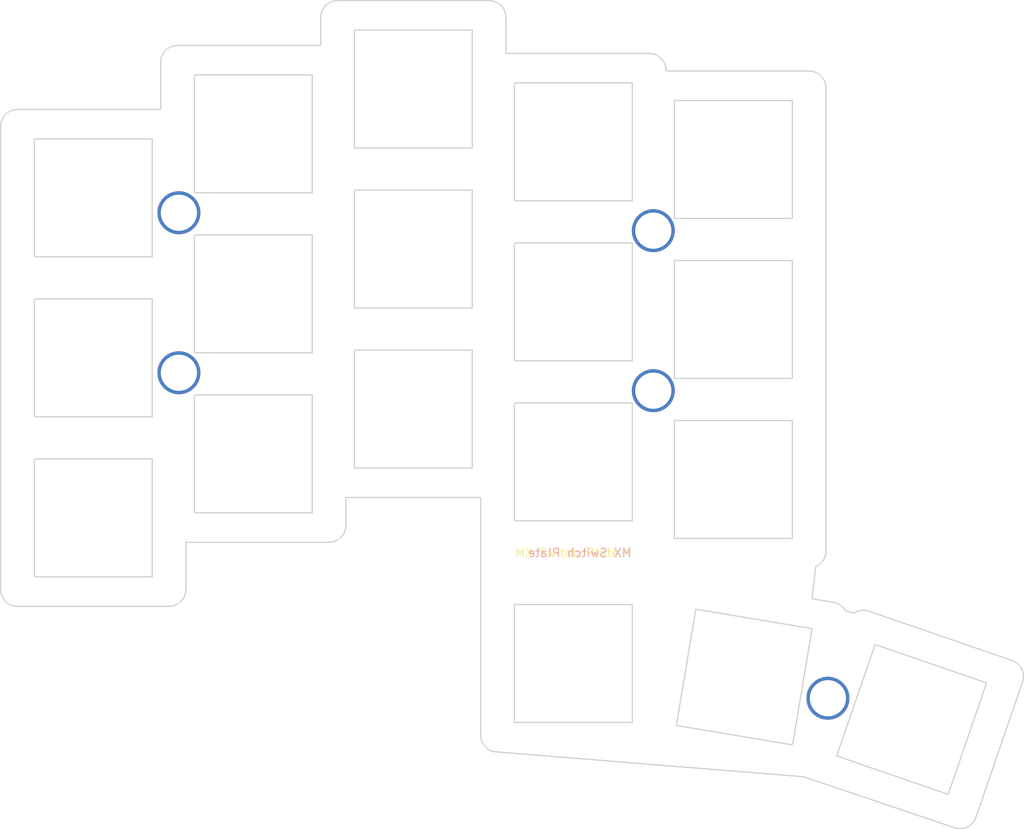
<source format=kicad_pcb>


(kicad_pcb (version 20171130) (host pcbnew 5.1.6)

  (page A3)
  (title_block
    (title "plate")
    (rev "0.0.2")
    (company "auryn")
  )

  (general
    (thickness 1.6)
  )

  (layers
    (0 F.Cu signal)
    (31 B.Cu signal)
    (32 B.Adhes user)
    (33 F.Adhes user)
    (34 B.Paste user)
    (35 F.Paste user)
    (36 B.SilkS user)
    (37 F.SilkS user)
    (38 B.Mask user)
    (39 F.Mask user)
    (40 Dwgs.User user)
    (41 Cmts.User user)
    (42 Eco1.User user)
    (43 Eco2.User user)
    (44 Edge.Cuts user)
    (45 Margin user)
    (46 B.CrtYd user)
    (47 F.CrtYd user)
    (48 B.Fab user)
    (49 F.Fab user)
  )

  (setup
    (last_trace_width 0.25)
    (trace_clearance 0.2)
    (zone_clearance 0.508)
    (zone_45_only no)
    (trace_min 0.2)
    (via_size 0.8)
    (via_drill 0.4)
    (via_min_size 0.4)
    (via_min_drill 0.3)
    (uvia_size 0.3)
    (uvia_drill 0.1)
    (uvias_allowed no)
    (uvia_min_size 0.2)
    (uvia_min_drill 0.1)
    (edge_width 0.05)
    (segment_width 0.2)
    (pcb_text_width 0.3)
    (pcb_text_size 1.5 1.5)
    (mod_edge_width 0.12)
    (mod_text_size 1 1)
    (mod_text_width 0.15)
    (pad_size 1.524 1.524)
    (pad_drill 0.762)
    (pad_to_mask_clearance 0.05)
    (aux_axis_origin 0 0)
    (visible_elements FFFFFF7F)
    (pcbplotparams
      (layerselection 0x010fc_ffffffff)
      (usegerberextensions false)
      (usegerberattributes true)
      (usegerberadvancedattributes true)
      (creategerberjobfile true)
      (excludeedgelayer true)
      (linewidth 0.100000)
      (plotframeref false)
      (viasonmask false)
      (mode 1)
      (useauxorigin false)
      (hpglpennumber 1)
      (hpglpenspeed 20)
      (hpglpendiameter 15.000000)
      (psnegative false)
      (psa4output false)
      (plotreference true)
      (plotvalue true)
      (plotinvisibletext false)
      (padsonsilk false)
      (subtractmaskfromsilk false)
      (outputformat 1)
      (mirror false)
      (drillshape 1)
      (scaleselection 1)
      (outputdirectory ""))
  )

  (net 0 "")

  (net_class Default "This is the default net class."
    (clearance 0.2)
    (trace_width 0.25)
    (via_dia 0.8)
    (via_drill 0.4)
    (uvia_dia 0.3)
    (uvia_drill 0.1)
    (add_net "")
  )

  
            (module mounting_hole (layer F.Cu) (tedit 64B5A986)
                (at 10.166666666666666 -36.23333333333333 0)
                (fp_text reference "H1" (at 0 3) (layer F.SilkS) hide
                    (effects (font (size 1 1) (thickness 0.15)))
                )
        
                (pad "" thru_hole circle (at 0 0 180) (size 5.1 5.1) (drill 4.3) (layers *.Cu *.Mask))
        
                (fp_circle (center 0 0) (end -2.8 0) (layer F.CrtYd) (width 0.05))
                (fp_circle (center 0 0) (end -2.8 0) (layer B.CrtYd) (width 0.05))
        
            )
        

            (module mounting_hole (layer F.Cu) (tedit 64B5A986)
                (at 10.166666666666666 -17.233333333333334 0)
                (fp_text reference "H2" (at 0 3) (layer F.SilkS) hide
                    (effects (font (size 1 1) (thickness 0.15)))
                )
        
                (pad "" thru_hole circle (at 0 0 180) (size 5.1 5.1) (drill 4.3) (layers *.Cu *.Mask))
        
                (fp_circle (center 0 0) (end -2.8 0) (layer F.CrtYd) (width 0.05))
                (fp_circle (center 0 0) (end -2.8 0) (layer B.CrtYd) (width 0.05))
        
            )
        

            (module mounting_hole (layer F.Cu) (tedit 64B5A986)
                (at 66.5 -34.105 0)
                (fp_text reference "H3" (at 0 3) (layer F.SilkS) hide
                    (effects (font (size 1 1) (thickness 0.15)))
                )
        
                (pad "" thru_hole circle (at 0 0 180) (size 5.1 5.1) (drill 4.3) (layers *.Cu *.Mask))
        
                (fp_circle (center 0 0) (end -2.8 0) (layer F.CrtYd) (width 0.05))
                (fp_circle (center 0 0) (end -2.8 0) (layer B.CrtYd) (width 0.05))
        
            )
        

            (module mounting_hole (layer F.Cu) (tedit 64B5A986)
                (at 66.5 -15.105 0)
                (fp_text reference "H4" (at 0 3) (layer F.SilkS) hide
                    (effects (font (size 1 1) (thickness 0.15)))
                )
        
                (pad "" thru_hole circle (at 0 0 180) (size 5.1 5.1) (drill 4.3) (layers *.Cu *.Mask))
        
                (fp_circle (center 0 0) (end -2.8 0) (layer F.CrtYd) (width 0.05))
                (fp_circle (center 0 0) (end -2.8 0) (layer B.CrtYd) (width 0.05))
        
            )
        

            (module mounting_hole (layer F.Cu) (tedit 64B5A986)
                (at 87.2318977 21.413817000000005 -14.25)
                (fp_text reference "H5" (at 0 3) (layer F.SilkS) hide
                    (effects (font (size 1 1) (thickness 0.15)))
                )
        
                (pad "" thru_hole circle (at 0 0 180) (size 5.1 5.1) (drill 4.3) (layers *.Cu *.Mask))
        
                (fp_circle (center 0 0) (end -2.8 0) (layer F.CrtYd) (width 0.05))
                (fp_circle (center 0 0) (end -2.8 0) (layer B.CrtYd) (width 0.05))
        
            )
        

            (gr_text "MX Switch Plate" (at 50 4.15 0) (layer F.SilkS)
                (effects (font (size 1 1) (thickness 0.15) ) (justify left))
            )
        

            (gr_text "MX Switch Plate" (at 64 4.15 0) (layer B.SilkS)
                (effects (font (size 1 1) (thickness 0.15) ) (justify left mirror))
            )
        
  (gr_line (start -9 10.5) (end 9 10.5) (angle 90) (layer Edge.Cuts) (width 0.15))
(gr_arc (start 9 8.5) (end 9 10.5) (angle -90) (layer Edge.Cuts) (width 0.15))
(gr_line (start 11 8.5) (end 11 2.9000000000000004) (angle 90) (layer Edge.Cuts) (width 0.15))
(gr_line (start 11 2.9000000000000004) (end 28 2.9000000000000004) (angle 90) (layer Edge.Cuts) (width 0.15))
(gr_arc (start 28 0.9000000000000004) (end 28 2.9000000000000004) (angle -90) (layer Edge.Cuts) (width 0.15))
(gr_line (start 30 0.9000000000000004) (end 30 -2.42) (angle 90) (layer Edge.Cuts) (width 0.15))
(gr_line (start 30 -2.42) (end 46 -2.42) (angle 90) (layer Edge.Cuts) (width 0.15))
(gr_line (start 46 25.790000000000003) (end 46 -2.42) (angle 90) (layer Edge.Cuts) (width 0.15))
(gr_arc (start 48 25.790000000000003) (end 46 25.790000000000003) (angle -85.3722030628216) (layer Edge.Cuts) (width 0.15))
(gr_line (start 47.838635 27.7834797) (end 84.3569802958874 30.73950828276638) (angle 90) (layer Edge.Cuts) (width 0.15))
(gr_line (start 84.3569802958874 30.73950828276638) (end 102.27597750000001 36.79243290000001) (angle 90) (layer Edge.Cuts) (width 0.15))
(gr_arc (start 102.9160344 34.897617000000004) (end 102.2759775 36.7924329) (angle -89.66464521210605) (layer Edge.Cuts) (width 0.15))
(gr_line (start 104.8070716 35.5487533) (end 110.3417302 19.474937500000003) (angle 90) (layer Edge.Cuts) (width 0.15))
(gr_arc (start 108.450693 18.823801200000005) (end 110.3417302 19.474937500000006) (angle -90.00000059824595) (layer Edge.Cuts) (width 0.15))
(gr_line (start 109.1018293 16.932764000000006) (end 92.0824949 11.072537200000006) (angle 90) (layer Edge.Cuts) (width 0.15))
(gr_arc (start 91.4313586 12.963574400000006) (end 92.0824949 11.072537200000006) (angle -53.349584419611006) (layer Edge.Cuts) (width 0.15))
(gr_line (start 90.30287709999999 11.312353800000006) (end 89.31130234476485 11.01599141256209) (angle 90) (layer Edge.Cuts) (width 0.15))
(gr_arc (start 87.56957404476485 11.999039112562091) (end 89.31130224476485 11.01599141256209) (angle -51.059213547281956) (layer Edge.Cuts) (width 0.15))
(gr_line (start 87.8996692 10.026467900000004) (end 85.34109586610214 9.598309577315538) (angle 90) (layer Edge.Cuts) (width 0.15))
(gr_line (start 85.34109586610214 9.598309577315376) (end 85.7926802 5.7762075) (angle 90) (layer Edge.Cuts) (width 0.15))
(gr_arc (start 85 3.9400000000000004) (end 85.7926802 5.7762075) (angle -66.65042072736856) (layer Edge.Cuts) (width 0.15))
(gr_line (start 87 3.9400000000000004) (end 87 -51.06) (angle 90) (layer Edge.Cuts) (width 0.15))
(gr_arc (start 85 -51.06) (end 87 -51.06) (angle -90) (layer Edge.Cuts) (width 0.15))
(gr_line (start 68 -53.06) (end 85 -53.06) (angle 90) (layer Edge.Cuts) (width 0.15))
(gr_line (start 68 -53.06) (end 68 -53.150000000000006) (angle 90) (layer Edge.Cuts) (width 0.15))
(gr_arc (start 66 -53.150000000000006) (end 68 -53.150000000000006) (angle -90) (layer Edge.Cuts) (width 0.15))
(gr_line (start 49 -55.15) (end 66 -55.15) (angle 90) (layer Edge.Cuts) (width 0.15))
(gr_line (start 49 -55.15) (end 49 -59.42) (angle 90) (layer Edge.Cuts) (width 0.15))
(gr_arc (start 47 -59.42) (end 49 -59.42) (angle -90) (layer Edge.Cuts) (width 0.15))
(gr_line (start 47 -61.42) (end 29 -61.42) (angle 90) (layer Edge.Cuts) (width 0.15))
(gr_arc (start 29 -59.42) (end 29 -61.42) (angle -90) (layer Edge.Cuts) (width 0.15))
(gr_line (start 27 -59.42) (end 27 -56.1) (angle 90) (layer Edge.Cuts) (width 0.15))
(gr_line (start 10 -56.1) (end 27 -56.1) (angle 90) (layer Edge.Cuts) (width 0.15))
(gr_arc (start 10 -54.1) (end 10 -56.1) (angle -90) (layer Edge.Cuts) (width 0.15))
(gr_line (start 8 -54.1) (end 8 -48.5) (angle 90) (layer Edge.Cuts) (width 0.15))
(gr_line (start -9 -48.5) (end 8 -48.5) (angle 90) (layer Edge.Cuts) (width 0.15))
(gr_arc (start -9 -46.5) (end -9 -48.5) (angle -90) (layer Edge.Cuts) (width 0.15))
(gr_line (start -11 8.5) (end -11 -46.5) (angle 90) (layer Edge.Cuts) (width 0.15))
(gr_arc (start -9 8.5) (end -11 8.5) (angle -90) (layer Edge.Cuts) (width 0.15))
(gr_line (start -7 7) (end 7 7) (angle 90) (layer Edge.Cuts) (width 0.15))
(gr_line (start 7 7) (end 7 -7) (angle 90) (layer Edge.Cuts) (width 0.15))
(gr_line (start 7 -7) (end -7 -7) (angle 90) (layer Edge.Cuts) (width 0.15))
(gr_line (start -7 -7) (end -7 7) (angle 90) (layer Edge.Cuts) (width 0.15))
(gr_line (start -7 -12) (end 7 -12) (angle 90) (layer Edge.Cuts) (width 0.15))
(gr_line (start 7 -12) (end 7 -26) (angle 90) (layer Edge.Cuts) (width 0.15))
(gr_line (start 7 -26) (end -7 -26) (angle 90) (layer Edge.Cuts) (width 0.15))
(gr_line (start -7 -26) (end -7 -12) (angle 90) (layer Edge.Cuts) (width 0.15))
(gr_line (start -7 -31) (end 7 -31) (angle 90) (layer Edge.Cuts) (width 0.15))
(gr_line (start 7 -31) (end 7 -45) (angle 90) (layer Edge.Cuts) (width 0.15))
(gr_line (start 7 -45) (end -7 -45) (angle 90) (layer Edge.Cuts) (width 0.15))
(gr_line (start -7 -45) (end -7 -31) (angle 90) (layer Edge.Cuts) (width 0.15))
(gr_line (start 12 -0.5999999999999996) (end 26 -0.5999999999999996) (angle 90) (layer Edge.Cuts) (width 0.15))
(gr_line (start 26 -0.5999999999999996) (end 26 -14.6) (angle 90) (layer Edge.Cuts) (width 0.15))
(gr_line (start 26 -14.6) (end 12 -14.6) (angle 90) (layer Edge.Cuts) (width 0.15))
(gr_line (start 12 -14.6) (end 12 -0.5999999999999996) (angle 90) (layer Edge.Cuts) (width 0.15))
(gr_line (start 12 -19.6) (end 26 -19.6) (angle 90) (layer Edge.Cuts) (width 0.15))
(gr_line (start 26 -19.6) (end 26 -33.6) (angle 90) (layer Edge.Cuts) (width 0.15))
(gr_line (start 26 -33.6) (end 12 -33.6) (angle 90) (layer Edge.Cuts) (width 0.15))
(gr_line (start 12 -33.6) (end 12 -19.6) (angle 90) (layer Edge.Cuts) (width 0.15))
(gr_line (start 12 -38.6) (end 26 -38.6) (angle 90) (layer Edge.Cuts) (width 0.15))
(gr_line (start 26 -38.6) (end 26 -52.6) (angle 90) (layer Edge.Cuts) (width 0.15))
(gr_line (start 26 -52.6) (end 12 -52.6) (angle 90) (layer Edge.Cuts) (width 0.15))
(gr_line (start 12 -52.6) (end 12 -38.6) (angle 90) (layer Edge.Cuts) (width 0.15))
(gr_line (start 31 -5.92) (end 45 -5.92) (angle 90) (layer Edge.Cuts) (width 0.15))
(gr_line (start 45 -5.92) (end 45 -19.92) (angle 90) (layer Edge.Cuts) (width 0.15))
(gr_line (start 45 -19.92) (end 31 -19.92) (angle 90) (layer Edge.Cuts) (width 0.15))
(gr_line (start 31 -19.92) (end 31 -5.92) (angle 90) (layer Edge.Cuts) (width 0.15))
(gr_line (start 31 -24.92) (end 45 -24.92) (angle 90) (layer Edge.Cuts) (width 0.15))
(gr_line (start 45 -24.92) (end 45 -38.92) (angle 90) (layer Edge.Cuts) (width 0.15))
(gr_line (start 45 -38.92) (end 31 -38.92) (angle 90) (layer Edge.Cuts) (width 0.15))
(gr_line (start 31 -38.92) (end 31 -24.92) (angle 90) (layer Edge.Cuts) (width 0.15))
(gr_line (start 31 -43.92) (end 45 -43.92) (angle 90) (layer Edge.Cuts) (width 0.15))
(gr_line (start 45 -43.92) (end 45 -57.92) (angle 90) (layer Edge.Cuts) (width 0.15))
(gr_line (start 45 -57.92) (end 31 -57.92) (angle 90) (layer Edge.Cuts) (width 0.15))
(gr_line (start 31 -57.92) (end 31 -43.92) (angle 90) (layer Edge.Cuts) (width 0.15))
(gr_line (start 50 0.34999999999999964) (end 64 0.34999999999999964) (angle 90) (layer Edge.Cuts) (width 0.15))
(gr_line (start 64 0.34999999999999964) (end 64 -13.65) (angle 90) (layer Edge.Cuts) (width 0.15))
(gr_line (start 64 -13.65) (end 50 -13.65) (angle 90) (layer Edge.Cuts) (width 0.15))
(gr_line (start 50 -13.65) (end 50 0.34999999999999964) (angle 90) (layer Edge.Cuts) (width 0.15))
(gr_line (start 50 -18.65) (end 64 -18.65) (angle 90) (layer Edge.Cuts) (width 0.15))
(gr_line (start 64 -18.65) (end 64 -32.65) (angle 90) (layer Edge.Cuts) (width 0.15))
(gr_line (start 64 -32.65) (end 50 -32.65) (angle 90) (layer Edge.Cuts) (width 0.15))
(gr_line (start 50 -32.65) (end 50 -18.65) (angle 90) (layer Edge.Cuts) (width 0.15))
(gr_line (start 50 -37.65) (end 64 -37.65) (angle 90) (layer Edge.Cuts) (width 0.15))
(gr_line (start 64 -37.65) (end 64 -51.65) (angle 90) (layer Edge.Cuts) (width 0.15))
(gr_line (start 64 -51.65) (end 50 -51.65) (angle 90) (layer Edge.Cuts) (width 0.15))
(gr_line (start 50 -51.65) (end 50 -37.65) (angle 90) (layer Edge.Cuts) (width 0.15))
(gr_line (start 69 2.4400000000000004) (end 83 2.4400000000000004) (angle 90) (layer Edge.Cuts) (width 0.15))
(gr_line (start 83 2.4400000000000004) (end 83 -11.559999999999999) (angle 90) (layer Edge.Cuts) (width 0.15))
(gr_line (start 83 -11.559999999999999) (end 69 -11.559999999999999) (angle 90) (layer Edge.Cuts) (width 0.15))
(gr_line (start 69 -11.559999999999999) (end 69 2.4400000000000004) (angle 90) (layer Edge.Cuts) (width 0.15))
(gr_line (start 69 -16.56) (end 83 -16.56) (angle 90) (layer Edge.Cuts) (width 0.15))
(gr_line (start 83 -16.56) (end 83 -30.56) (angle 90) (layer Edge.Cuts) (width 0.15))
(gr_line (start 83 -30.56) (end 69 -30.56) (angle 90) (layer Edge.Cuts) (width 0.15))
(gr_line (start 69 -30.56) (end 69 -16.56) (angle 90) (layer Edge.Cuts) (width 0.15))
(gr_line (start 69 -35.56) (end 83 -35.56) (angle 90) (layer Edge.Cuts) (width 0.15))
(gr_line (start 83 -35.56) (end 83 -49.56) (angle 90) (layer Edge.Cuts) (width 0.15))
(gr_line (start 83 -49.56) (end 69 -49.56) (angle 90) (layer Edge.Cuts) (width 0.15))
(gr_line (start 69 -49.56) (end 69 -35.56) (angle 90) (layer Edge.Cuts) (width 0.15))
(gr_line (start 50 24.290000000000003) (end 64 24.290000000000003) (angle 90) (layer Edge.Cuts) (width 0.15))
(gr_line (start 64 24.290000000000003) (end 64 10.290000000000003) (angle 90) (layer Edge.Cuts) (width 0.15))
(gr_line (start 64 10.290000000000003) (end 50 10.290000000000003) (angle 90) (layer Edge.Cuts) (width 0.15))
(gr_line (start 50 10.290000000000003) (end 50 24.290000000000003) (angle 90) (layer Edge.Cuts) (width 0.15))
(gr_line (start 69.23076640000001 24.645704300000006) (end 83.0387649 26.956370800000006) (angle 90) (layer Edge.Cuts) (width 0.15))
(gr_line (start 83.0387649 26.956370800000006) (end 85.3494314 13.148372300000005) (angle 90) (layer Edge.Cuts) (width 0.15))
(gr_line (start 85.3494314 13.148372300000005) (end 71.5414329 10.837705800000005) (angle 90) (layer Edge.Cuts) (width 0.15))
(gr_line (start 71.5414329 10.837705800000005) (end 69.23076640000001 24.645704300000006) (angle 90) (layer Edge.Cuts) (width 0.15))
(gr_line (start 88.2760894 28.270248600000006) (end 101.51334940000001 32.82820280000001) (angle 90) (layer Edge.Cuts) (width 0.15))
(gr_line (start 101.51334940000001 32.82820280000001) (end 106.07130360000001 19.590942800000004) (angle 90) (layer Edge.Cuts) (width 0.15))
(gr_line (start 106.07130360000001 19.590942800000004) (end 92.8340436 15.032988600000005) (angle 90) (layer Edge.Cuts) (width 0.15))
(gr_line (start 92.8340436 15.032988600000005) (end 88.2760894 28.270248600000006) (angle 90) (layer Edge.Cuts) (width 0.15))

)


</source>
